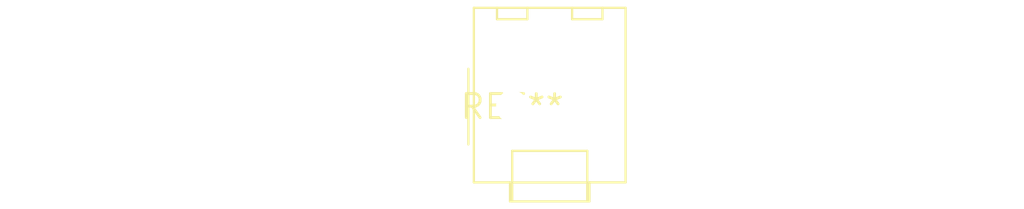
<source format=kicad_pcb>
(kicad_pcb (version 20240108) (generator pcbnew)
  (layers (0 "F.Cu" signal) (31 "B.Cu" signal) (34 "B.Paste" user) (35 "F.Paste" user) (36 "B.SilkS" user "B.Silkscreen") (37 "F.SilkS" user "F.Silkscreen") (38 "B.Mask" user) (39 "F.Mask" user) (44 "Edge.Cuts" user))
  (net 0 "")
  (footprint "Molex_KK-396_A-41791-0002_1x02_P3.96mm_Vertical" (layer "F.Cu") (at 0 0)
    (property "Reference" "REF**")
    (property "Value" "Molex_KK-396_A-41791-0002_1x02_P3.96mm_Vertical")
    (fp_line (start -2.31 -2) (end -2.31 2) (layer "F.SilkS") (stroke (width 0.12)))
    (fp_line (start -2.02 -5.22) (end 5.98 -5.22) (layer "F.SilkS") (stroke (width 0.12)))
    (fp_line (start -2.02 4.005) (end -2.02 -5.22) (layer "F.SilkS") (stroke (width 0.12)))
    (fp_line (start -0.8 -5.22) (end -0.8 -4.62) (layer "F.SilkS") (stroke (width 0.12)))
    (fp_line (start -0.8 -4.62) (end 0.8 -4.62) (layer "F.SilkS") (stroke (width 0.12)))
    (fp_line (start -0.115 4.005) (end -2.02 4.005) (layer "F.SilkS") (stroke (width 0.12)))
    (fp_line (start -0.115 5.01) (end -0.115 4.005) (layer "F.SilkS") (stroke (width 0.12)))
    (fp_line (start 0 2.34) (end 3.96 2.34) (layer "F.SilkS") (stroke (width 0.12)))
    (fp_line (start 0 4.01) (end 0 2.34) (layer "F.SilkS") (stroke (width 0.12)))
    (fp_line (start 0 4.01) (end 3.96 4.01) (layer "F.SilkS") (stroke (width 0.12)))
    (fp_line (start 0 5.01) (end 0 4.01) (layer "F.SilkS") (stroke (width 0.12)))
    (fp_line (start 0.8 -4.62) (end 0.8 -5.22) (layer "F.SilkS") (stroke (width 0.12)))
    (fp_line (start 3.16 -5.22) (end 3.16 -4.62) (layer "F.SilkS") (stroke (width 0.12)))
    (fp_line (start 3.16 -4.62) (end 4.76 -4.62) (layer "F.SilkS") (stroke (width 0.12)))
    (fp_line (start 3.96 2.34) (end 3.96 4.01) (layer "F.SilkS") (stroke (width 0.12)))
    (fp_line (start 3.96 4.01) (end 3.96 5.01) (layer "F.SilkS") (stroke (width 0.12)))
    (fp_line (start 4.075 4.005) (end 4.075 5.01) (layer "F.SilkS") (stroke (width 0.12)))
    (fp_line (start 4.075 5.01) (end -0.115 5.01) (layer "F.SilkS") (stroke (width 0.12)))
    (fp_line (start 4.76 -4.62) (end 4.76 -5.22) (layer "F.SilkS") (stroke (width 0.12)))
    (fp_line (start 5.98 -5.22) (end 5.98 4.005) (layer "F.SilkS") (stroke (width 0.12)))
    (fp_line (start 5.98 4.005) (end 4.075 4.005) (layer "F.SilkS") (stroke (width 0.12)))
    (pad "1" thru_hole roundrect (at 0 0) (size 3.16 4.1) (drill 1.7) (layers *.Cu *.Mask) (remove_unused_layers) (roundrect_rratio 0.079114))
    (pad "2" thru_hole oval (at 3.96 0) (size 3.16 4.1) (drill 1.7) (layers *.Cu *.Mask) (remove_unused_layers))
  )
)
</source>
